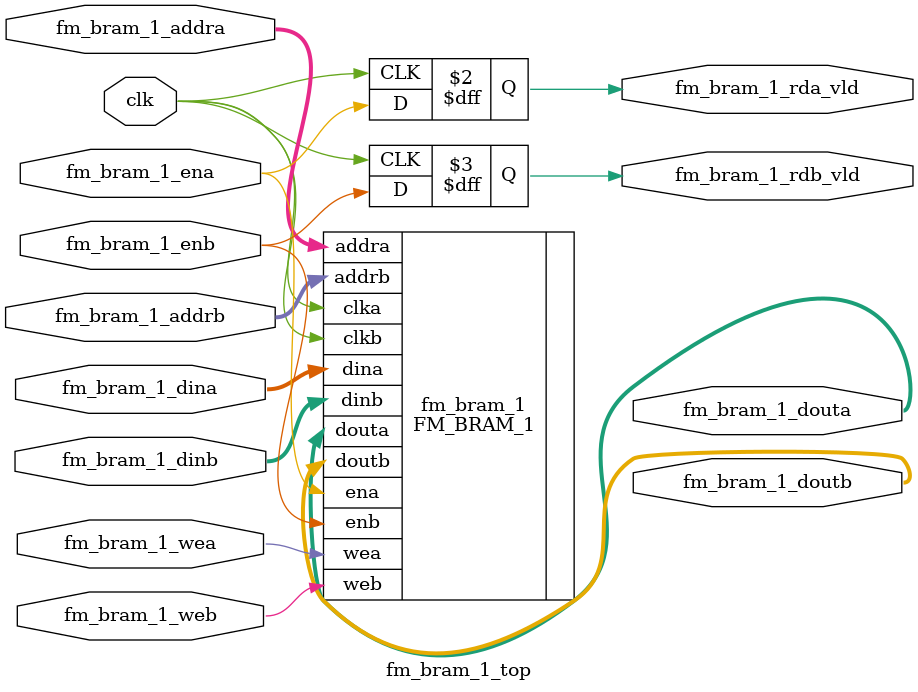
<source format=v>
`timescale 1ns / 1ps


module fm_bram_1_top(
    input clk,
    input fm_bram_1_ena,
    input fm_bram_1_enb,    
    input fm_bram_1_wea,
    input fm_bram_1_web,
    input [6 : 0] fm_bram_1_addra,
    input [1023 : 0] fm_bram_1_dina,
    input [6 : 0] fm_bram_1_addrb,
    input [1023 : 0] fm_bram_1_dinb,
    output [1023 : 0] fm_bram_1_douta,
    output [1023 : 0] fm_bram_1_doutb,
    output reg fm_bram_1_rda_vld,
    output reg fm_bram_1_rdb_vld
    );

reg ena_d;
reg enb_d;
always @ (posedge clk)
begin
   fm_bram_1_rda_vld <= fm_bram_1_ena;
   fm_bram_1_rdb_vld <= fm_bram_1_enb;
end

FM_BRAM_1 fm_bram_1 (
      .clka(clk),    // input wire clka
      .ena(fm_bram_1_ena),      // input wire ena
      .wea(fm_bram_1_wea),      // input wire [0 : 0] wea
      .addra(fm_bram_1_addra),  // input wire [6 : 0] addra
      .dina(fm_bram_1_dina),    // input wire [1023 : 0] dina
      .douta(fm_bram_1_douta),  // output wire [1023 : 0] douta
      .clkb(clk),    // input wire clkb
      .enb(fm_bram_1_enb),      // input wire enb
      .web(fm_bram_1_web),      // input wire [0 : 0] web
      .addrb(fm_bram_1_addrb),  // input wire [6 : 0] addrb
      .dinb(fm_bram_1_dinb),    // input wire [1023 : 0] dinb
      .doutb(fm_bram_1_doutb)  // output wire [1023 : 0] doutb
    );

endmodule

</source>
